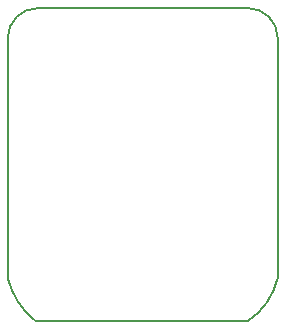
<source format=gko>
G04 DipTrace 3.1.0.1*
G04 MSP430FR2311Breakout.gko*
%MOIN*%
G04 #@! TF.FileFunction,Profile*
G04 #@! TF.Part,Single*
%ADD11C,0.006*%
%FSLAX26Y26*%
G04*
G70*
G90*
G75*
G01*
G04 BoardOutline*
%LPD*%
X487751Y394000D2*
D11*
X1193927D1*
G03X1294000Y537745I-131451J198222D01*
G01*
Y1337745D1*
G03X1194000Y1437745I-99998J2D01*
G01*
X494000D1*
G03X394000Y1337745I-2J-99998D01*
G01*
Y537745D1*
G03X487751Y394000I256403J64781D01*
G01*
M02*

</source>
